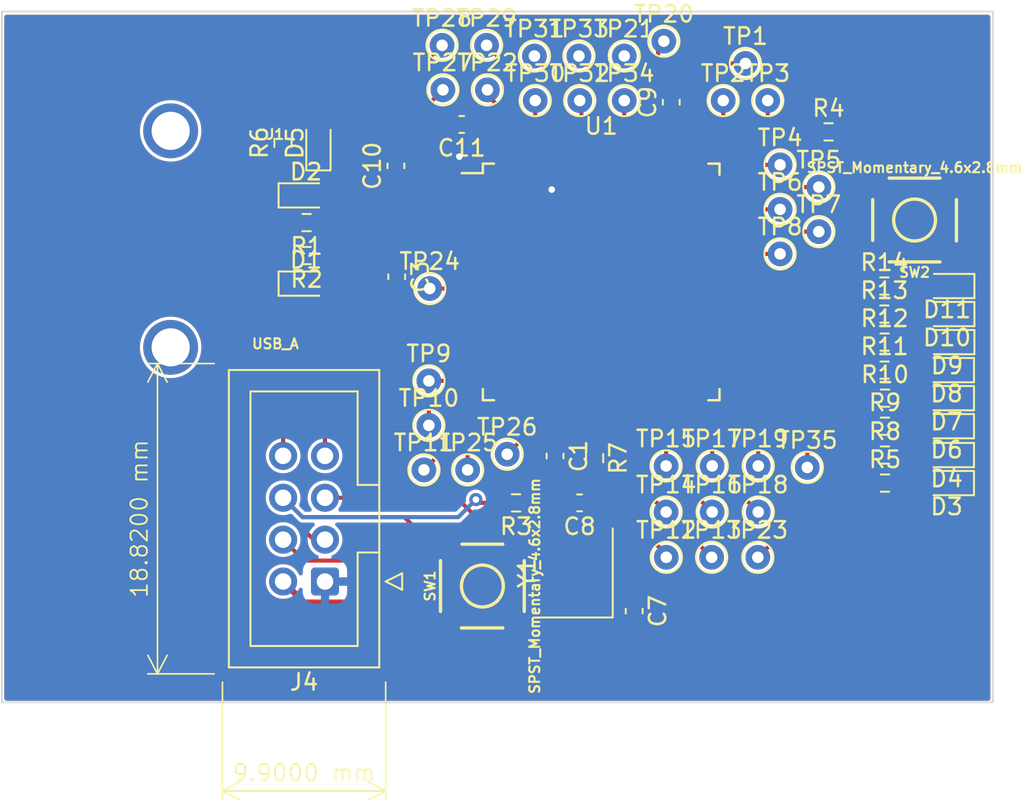
<source format=kicad_pcb>
(kicad_pcb (version 20221018) (generator pcbnew)
  (layers (0 "F.Cu" signal) (31 "B.Cu" signal) (34 "B.Paste" user) (35 "F.Paste" user) (36 "B.SilkS" user "B.Silkscreen") (37 "F.SilkS" user "F.Silkscreen") (38 "B.Mask" user) (39 "F.Mask" user) (44 "Edge.Cuts" user))
  (net 0 "")
  (net 1 "3.3V")
  (net 2 "GND")
  (net 3 "Net-(U1-XTAL1)")
  (net 4 "Net-(U1-XTAL2)")
  (net 5 "+5V")
  (net 6 "Net-(D1-K)")
  (net 7 "Net-(D2-K)")
  (net 8 "Net-(D3-A)")
  (net 9 "Net-(D4-A)")
  (net 10 "Net-(D5-A)")
  (net 11 "Net-(D6-A)")
  (net 12 "Net-(D7-A)")
  (net 13 "Net-(D8-A)")
  (net 14 "Net-(D9-A)")
  (net 15 "Net-(D10-A)")
  (net 16 "Net-(D11-A)")
  (net 17 "MOSI")
  (net 18 "INT")
  (net 19 "MISO")
  (net 20 "RESET")
  (net 21 "SCK")
  (net 22 "SS")
  (net 23 "D-")
  (net 24 "D+")
  (net 25 "HWB")
  (net 26 "TEST0")
  (net 27 "TEST1")
  (net 28 "TEST2")
  (net 29 "TEST3")
  (net 30 "TEST4")
  (net 31 "TEST5")
  (net 32 "TEST6")
  (net 33 "TEST7")
  (net 34 "Net-(U1-PA1)")
  (net 35 "Net-(U1-PA2)")
  (net 36 "Net-(U1-PA3)")
  (net 37 "Net-(U1-PA4)")
  (net 38 "Net-(U1-PA5)")
  (net 39 "Net-(U1-PA6)")
  (net 40 "Net-(U1-PA7)")
  (net 41 "Net-(U1-PB5)")
  (net 42 "Net-(U1-PB6)")
  (net 43 "Net-(U1-PB7)")
  (net 44 "Net-(U1-PD0)")
  (net 45 "Net-(U1-PD1)")
  (net 46 "Net-(U1-PD2)")
  (net 47 "Net-(U1-PD3)")
  (net 48 "Net-(U1-PD4)")
  (net 49 "Net-(U1-PD5)")
  (net 50 "Net-(U1-PD6)")
  (net 51 "Net-(U1-PD7)")
  (net 52 "Net-(U1-PF7)")
  (net 53 "Net-(U1-PF6)")
  (net 54 "Net-(U1-AREF)")
  (net 55 "Net-(U1-PE0)")
  (net 56 "Net-(U1-PE3)")
  (net 57 "Net-(U1-PE4)")
  (net 58 "Net-(U1-PE5)")
  (net 59 "Net-(U1-PE6)")
  (net 60 "Net-(U1-PF0)")
  (net 61 "Net-(U1-PF1)")
  (net 62 "Net-(U1-PF2)")
  (net 63 "Net-(U1-PF3)")
  (net 64 "Net-(U1-PF4)")
  (net 65 "Net-(U1-PF5)")
  (net 66 "Net-(U1-PA0)")
  (net 67 "Net-(U1-PE7)")
  (net 68 "Net-(U1-PE1)")
  (footprint "LED_SMD:LED_0603_1608Metric_Pad1.05x0.95mm_HandSolder" (layer "F.Cu") (at 206.75 87.4 180)
    (fp_text reference "D3")
    (fp_text value "LED")
  )
  (footprint "TestPoint:TestPoint_THTPad_D1.5mm_Drill0.7mm" (layer "F.Cu") (at 189.75 91.9)
    (fp_text reference "TP12")
    (fp_text value "TestPoint")
  )
  (footprint "Resistor_SMD:R_0603_1608Metric_Pad0.98x0.95mm_HandSolder" (layer "F.Cu") (at 167.932845 73.60242 180)
    (fp_text reference "R2")
    (fp_text value "22")
  )
  (footprint "TestPoint:TestPoint_THTPad_D1.5mm_Drill0.7mm" (layer "F.Cu") (at 189.738 86.36)
    (fp_text reference "TP15")
    (fp_text value "TestPoint")
  )
  (footprint "LED_SMD:LED_0603_1608Metric_Pad1.05x0.95mm_HandSolder" (layer "F.Cu") (at 206.75 80.55 180)
    (fp_text reference "D8")
    (fp_text value "LED")
  )
  (footprint "TestPoint:TestPoint_THTPad_D1.5mm_Drill0.7mm" (layer "F.Cu") (at 177.7 86.6)
    (fp_text reference "TP25")
    (fp_text value "TestPoint")
  )
  (footprint "TestPoint:TestPoint_THTPad_D1.5mm_Drill0.7mm" (layer "F.Cu") (at 175.4 75.6)
    (fp_text reference "TP24")
    (fp_text value "TestPoint")
  )
  (footprint "Diode_SMD:D_0603_1608Metric_Pad1.05x0.95mm_HandSolder" (layer "F.Cu") (at 167.895345 75.30242)
    (fp_text reference "D1")
    (fp_text value "D")
  )
  (footprint "LED_SMD:LED_0603_1608Metric_Pad1.05x0.95mm_HandSolder" (layer "F.Cu") (at 206.775 77.15 180)
    (fp_text reference "D10")
    (fp_text value "LED")
  )
  (footprint "LED_SMD:LED_0603_1608Metric_Pad1.05x0.95mm_HandSolder" (layer "F.Cu") (at 206.775 78.85 180)
    (fp_text reference "D9")
    (fp_text value "LED")
  )
  (footprint "TestPoint:TestPoint_THTPad_D1.5mm_Drill0.7mm" (layer "F.Cu") (at 192.5 91.9)
    (fp_text reference "TP13")
    (fp_text value "TestPoint")
  )
  (footprint "TestPoint:TestPoint_THTPad_D1.5mm_Drill0.7mm" (layer "F.Cu") (at 192.532 86.36)
    (fp_text reference "TP17")
    (fp_text value "TestPoint")
  )
  (footprint "TestPoint:TestPoint_THTPad_D1.5mm_Drill0.7mm" (layer "F.Cu") (at 181.75 61.5)
    (fp_text reference "TP31")
    (fp_text value "TestPoint")
  )
  (footprint "Diode_SMD:D_0603_1608Metric_Pad1.05x0.95mm_HandSolder" (layer "F.Cu") (at 167.895345 69.95242)
    (fp_text reference "D2")
    (fp_text value "D")
  )
  (footprint "Resistor_SMD:R_0603_1608Metric_Pad0.98x0.95mm_HandSolder" (layer "F.Cu") (at 180.6375 88.6 180)
    (fp_text reference "R3")
    (fp_text value "10k")
  )
  (footprint "LED_SMD:LED_0603_1608Metric_Pad1.05x0.95mm_HandSolder" (layer "F.Cu") (at 206.75 85.7 180)
    (fp_text reference "D4")
    (fp_text value "LED")
  )
  (footprint "TestPoint:TestPoint_THTPad_D1.5mm_Drill0.7mm" (layer "F.Cu") (at 178.9 63.55)
    (fp_text reference "TP22")
    (fp_text value "TestPoint")
  )
  (footprint "TestPoint:TestPoint_THTPad_D1.5mm_Drill0.7mm" (layer "F.Cu") (at 184.5 64.2)
    (fp_text reference "TP32")
    (fp_text value "TestPoint")
  )
  (footprint "Capacitor_SMD:C_0603_1608Metric_Pad1.08x0.95mm_HandSolder" (layer "F.Cu") (at 184.4875 88.6 180)
    (fp_text reference "C8")
    (fp_text value "22 pF")
  )
  (footprint "TestPoint:TestPoint_THTPad_D1.5mm_Drill0.7mm" (layer "F.Cu") (at 175.35 83.9)
    (fp_text reference "TP10")
    (fp_text value "TestPoint")
  )
  (footprint "Resistor_SMD:R_0603_1608Metric_Pad0.98x0.95mm_HandSolder" (layer "F.Cu") (at 199.5875 66.1)
    (fp_text reference "R4")
    (fp_text value "10k")
  )
  (footprint "TestPoint:TestPoint_THTPad_D1.5mm_Drill0.7mm" (layer "F.Cu") (at 175.35 81.2)
    (fp_text reference "TP9")
    (fp_text value "TestPoint")
  )
  (footprint "Capacitor_SMD:C_0603_1608Metric_Pad1.08x0.95mm_HandSolder" (layer "F.Cu") (at 190.05 64.3 90)
    (fp_text reference "C9")
    (fp_text value "4.7uF")
  )
  (footprint "Connector_IDC:IDC-Header_2x04_P2.54mm_Vertical" (layer "F.Cu") (at 169.05 93.37 180)
    (fp_text reference "J4")
    (fp_text value "Conn_02x04_Counter_Clockwise")
  )
  (footprint "TestPoint:TestPoint_THTPad_D1.5mm_Drill0.7mm" (layer "F.Cu") (at 194.55 61.95)
    (fp_text reference "TP1")
    (fp_text value "TestPoint")
  )
  (footprint "TestPoint:TestPoint_THTPad_D1.5mm_Drill0.7mm" (layer "F.Cu") (at 199 69.45)
    (fp_text reference "TP5")
    (fp_text value "TestPoint")
  )
  (footprint "TestPoint:TestPoint_THTPad_D1.5mm_Drill0.7mm" (layer "F.Cu") (at 193.2 64.2)
    (fp_text reference "TP2")
    (fp_text value "TestPoint")
  )
  (footprint "TestPoint:TestPoint_THTPad_D1.5mm_Drill0.7mm" (layer "F.Cu") (at 189.6 60.6)
    (fp_text reference "TP20")
    (fp_text value "TestPoint")
  )
  (footprint "Capacitor_SMD:C_0603_1608Metric_Pad1.08x0.95mm_HandSolder" (layer "F.Cu") (at 173.4 74.8875 -90)
    (fp_text reference "C3")
    (fp_text value "1uF")
  )
  (footprint "Capacitor_SMD:C_0603_1608Metric_Pad1.08x0.95mm_HandSolder" (layer "F.Cu") (at 173.35 68.1625 90)
    (fp_text reference "C10")
    (fp_text value "100nF")
  )
  (footprint "Resistor_SMD:R_0603_1608Metric_Pad0.98x0.95mm_HandSolder" (layer "F.Cu") (at 203.0125 85.7)
    (fp_text reference "R8")
    (fp_text value "1k")
  )
  (footprint "Resistor_SMD:R_0603_1608Metric_Pad0.98x0.95mm_HandSolder" (layer "F.Cu") (at 185.4 85.8875 -90)
    (fp_text reference "R7")
    (fp_text value "1M")
  )
  (footprint "Resistor_SMD:R_0603_1608Metric_Pad0.98x0.95mm_HandSolder" (layer "F.Cu") (at 203.0125 87.4)
    (fp_text reference "R5")
    (fp_text value "1k")
  )
  (footprint "Capacitor_SMD:C_0603_1608Metric_Pad1.08x0.95mm_HandSolder" (layer "F.Cu") (at 183 85.7625 -90)
    (fp_text reference "C1")
    (fp_text value "4.7 uF")
  )
  (footprint "Resistor_SMD:R_0603_1608Metric_Pad0.98x0.95mm_HandSolder" (layer "F.Cu") (at 203.0125 82.25)
    (fp_text reference "R10")
    (fp_text value "1k")
  )
  (footprint "TestPoint:TestPoint_THTPad_D1.5mm_Drill0.7mm" (layer "F.Cu") (at 195.3 91.9)
    (fp_text reference "TP23")
    (fp_text value "TestPoint")
  )
  (footprint "LED_SMD:LED_0603_1608Metric_Pad1.05x0.95mm_HandSolder" (layer "F.Cu") (at 206.775 75.45 180)
    (fp_text reference "D11")
    (fp_text value "LED")
  )
  (footprint "Switches:TACTILE_SWITCH_SMD_5.2MM" (layer "F.Cu") (at 204.806 71.445 180)
    (fp_text reference "SW2")
    (fp_text value "SPST_Momentary_4.6x2.8mm")
  )
  (footprint "LED_SMD:LED_0603_1608Metric_Pad1.05x0.95mm_HandSolder" (layer "F.Cu") (at 206.75 82.25 180)
    (fp_text reference "D7")
    (fp_text value "LED")
  )
  (footprint "TestPoint:TestPoint_THTPad_D1.5mm_Drill0.7mm" (layer "F.Cu") (at 181.8 64.2)
    (fp_text reference "TP30")
    (fp_text value "TestPoint")
  )
  (footprint "TestPoint:TestPoint_THTPad_D1.5mm_Drill0.7mm" (layer "F.Cu") (at 187.2 61.5)
    (fp_text reference "TP21")
    (fp_text value "TestPoint")
  )
  (footprint "Resistor_SMD:R_0603_1608Metric_Pad0.98x0.95mm_HandSolder" (layer "F.Cu") (at 202.9875 80.55)
    (fp_text reference "R11")
    (fp_text value "1k")
  )
  (footprint "Switches:TACTILE_SWITCH_SMD_5.2MM" (layer "F.Cu") (at 178.595 93.644 90)
    (fp_text reference "SW1")
    (fp_text value "SPST_Momentary_4.6x2.8mm")
  )
  (footprint "TestPoint:TestPoint_THTPad_D1.5mm_Drill0.7mm" (layer "F.Cu") (at 195.9 64.2)
    (fp_text reference "TP3")
    (fp_text value "TestPoint")
  )
  (footprint "TestPoint:TestPoint_THTPad_D1.5mm_Drill0.7mm" (layer "F.Cu") (at 176.15 60.85)
    (fp_text reference "TP28")
    (fp_text value "TestPoint")
  )
  (footprint "TestPoint:TestPoint_THTPad_D1.5mm_Drill0.7mm" (layer "F.Cu") (at 196.65 70.8)
    (fp_text reference "TP6")
    (fp_text value "TestPoint")
  )
  (footprint "TestPoint:TestPoint_THTPad_D1.5mm_Drill0.7mm" (layer "F.Cu") (at 176.2 63.55)
    (fp_text reference "TP27")
    (fp_text value "TestPoint")
  )
  (footprint "LED_SMD:LED_0603_1608Metric_Pad1.05x0.95mm_HandSolder" (layer "F.Cu") (at 168.65132 66.775 90)
    (fp_text reference "D5")
    (fp_text value "LED")
  )
  (footprint "TestPoint:TestPoint_THTPad_D1.5mm_Drill0.7mm" (layer "F.Cu") (at 184.45 61.5)
    (fp_text reference "TP33")
    (fp_text value "TestPoint")
  )
  (footprint "Resistor_SMD:R_0603_1608Metric_Pad0.98x0.95mm_HandSolder" (layer "F.Cu") (at 202.975 75.45)
    (fp_text reference "R14")
    (fp_text value "1k")
  )
  (footprint "Capacitor_SMD:C_0603_1608Metric_Pad1.08x0.95mm_HandSolder" (layer "F.Cu") (at 187.8 95.1625 -90)
    (fp_text reference "C7")
    (fp_text value "22 pF")
  )
  (footprint "TestPoint:TestPoint_THTPad_D1.5mm_Drill0.7mm" (layer "F.Cu") (at 189.738 89.154)
    (fp_text reference "TP14")
    (fp_text value "TestPoint")
  )
  (footprint "TestPoint:TestPoint_THTPad_D1.5mm_Drill0.7mm" (layer "F.Cu") (at 195.326 89.154)
    (fp_text reference "TP18")
    (fp_text value "TestPoint")
  )
  (footprint "Resistor_SMD:R_0603_1608Metric_Pad0.98x0.95mm_HandSolder" (layer "F.Cu") (at 203.0125 83.95)
    (fp_text reference "R9")
    (fp_text value "1k")
  )
  (footprint "Resistor_SMD:R_0603_1608Metric_Pad0.98x0.95mm_HandSolder" (layer "F.Cu") (at 167.932845 71.60242 180)
    (fp_text reference "R1")
    (fp_text value "22")
  )
  (footprint "Crystal:Crystal_SMD_SeikoEpson_FA238-4Pin_3.2x2.5mm_HandSoldering" (layer "F.Cu") (at 184.3 92.85 90)
    (fp_text reference "Y1")
    (fp_text value "Crystal_GND24")
  )
  (footprint "TestPoint:TestPoint_THTPad_D1.5mm_Drill0.7mm" (layer "F.Cu") (at 178.85 60.85)
    (fp_text reference "TP29")
    (fp_text value "TestPoint")
  )
  (footprint "TestPoint:TestPoint_THTPad_D1.5mm_Drill0.7mm" (layer "F.Cu") (at 180.1 85.65)
    (fp_text reference "TP26")
    (fp_text value "TestPoint")
  )
  (footprint "Package_QFP:TQFP-64_14x14mm_P0.8mm" (layer "F.Cu") (at 185.8 75.2)
    (fp_text reference "U1")
    (fp_text value "AT90USB647-A")
  )
  (footprint "TestPoint:TestPoint_THTPad_D1.5mm_Drill0.7mm" (layer "F.Cu") (at 199 72.15)
    (fp_text reference "TP7")
    (fp_text value "TestPoint")
  )
  (footprint "TestPoint:TestPoint_THTPad_D1.5mm_Drill0.7mm" (layer "F.Cu") (at 196.65 68.1)
    (fp_text reference "TP4")
    (fp_text value "TestPoint")
  )
  (footprint "TestPoint:TestPoint_THTPad_D1.5mm_Drill0.7mm" (layer "F.Cu") (at 175.05 86.6)
    (fp_text reference "TP11")
    (fp_text value "TestPoint")
  )
  (footprint "Resistor_SMD:R_0603_1608Metric_Pad0.98x0.95mm_HandSolder" (layer "F.Cu") (at 202.975 77.15)
    (fp_text reference "R13")
    (fp_text value "1k")
  )
  (footprint "TestPoint:TestPoint_THTPad_D1.5mm_Drill0.7mm" (layer "F.Cu") (at 198.3 86.45)
    (fp_text reference "TP35")
    (fp_text value "TestPoint")
  )
  (footprint "Resistor_SMD:R_0603_1608Metric_Pad0.98x0.95mm_HandSolder" (layer "F.Cu") (at 166.50132 66.7625 90)
    (fp_text reference "R6")
    (fp_text value "1k")
  )
  (footprint "TestPoint:TestPoint_THTPad_D1.5mm_Drill0.7mm" (layer "F.Cu") (at 187.2 64.2)
    (fp_text reference "TP34")
    (fp_text value "TestPoint")
  )
  (footprint "Capacitor_SMD:C_0603_1608Metric_Pad1.08x0.95mm_HandSolder" (layer "F.Cu") (at 177.3375 65.65 180)
    (fp_text reference "C11")
    (fp_text value "4.7 uF")
  )
  (footprint "Connectors:USB-A-S-NOSILK-FEMALE" (layer "F.Cu") (at 157.15 72.60242)
    (fp_text reference "J1")
    (fp_text value "USB_A")
  )
  (footprint "TestPoint:TestPoint_THTPad_D1.5mm_Drill0.7mm" (layer "F.Cu") (at 196.65 73.5)
    (fp_text reference "TP8")
    (fp_text value "TestPoint")
  )
  (footprint "TestPoint:TestPoint_THTPad_D1.5mm_Drill0.7mm" (layer "F.Cu") (at 195.326 86.36)
    (fp_text reference "TP19")
    (fp_text value "TestPoint")
  )
  (footprint "Resistor_SMD:R_0603_1608Metric_Pad0.98x0.95mm_HandSolder" (layer "F.Cu") (at 202.9875 78.85)
    (fp_text reference "R12")
    (fp_text value "1k")
  )
  (footprint "LED_SMD:LED_0603_1608Metric_Pad1.05x0.95mm_HandSolder" (layer "F.Cu") (at 206.75 83.95 180)
    (fp_text reference "D6")
    (fp_text value "LED")
  )
  (footprint "TestPoint:TestPoint_THTPad_D1.5mm_Drill0.7mm" (layer "F.Cu") (at 192.532 89.154)
    (fp_text reference "TP16")
    (fp_text value "TestPoint")
  )
  (gr_rect (start 149.45 58.8) (end 209.55 100.7) (stroke (width 0.1)) (fill none) (layer "Edge.Cuts"))
  (segment (start 173.425 74) (end 173.4 74.025) (width 0.25) (layer "F.Cu") (net 1))
  (segment (start 178.1 74) (end 173.425 74) (width 0.25) (layer "F.Cu") (net 1))
  (segment (start 183.55 92.85) (end 183.2 93.2) (width 0.25) (layer "F.Cu") (net 2))
  (segment (start 183.2 93.2) (end 183.2 94.3) (width 0.25) (layer "F.Cu") (net 2))
  (segment (start 183 86.625) (end 183 87.4) (width 0.25) (layer "F.Cu") (net 2))
  (segment (start 185.4 92.65) (end 185.2 92.85) (width 0.25) (layer "F.Cu") (net 2))
  (segment (start 183.625 88.025) (end 183.625 88.6) (width 0.25) (layer "F.Cu") (net 2))
  (segment (start 176.475 65.65) (end 176.475 65.525) (width 0.25) (layer "F.Cu") (net 2))
  (segment (start 185.2 92.85) (end 183.55 92.85) (width 0.25) (layer "F.Cu") (net 2))
  (segment (start 185.4 91.4) (end 185.4 92.65) (width 0.25) (layer "F.Cu") (net 2))
  (segment (start 176.475 65.525) (end 177.6 64.4) (width 0.381) (layer "F.Cu") (net 2))
  (segment (start 183 87.4) (end 183.625 88.025) (width 0.25) (layer "F.Cu") (net 2))
  (via (at 177.2 67.6) (size 0.8) (drill 0.4) (layers "F.Cu" "B.Cu") (net 2))
  (via (at 182.8 69.6) (size 0.8) (drill 0.4) (layers "F.Cu" "B.Cu") (net 2))
  (segment (start 188 94.1) (end 188 90.611396) (width 0.25) (layer "F.Cu") (net 3))
  (segment (start 187.8 94.3) (end 188 94.1) (width 0.25) (layer "F.Cu") (net 3))
  (segment (start 185.4 82.9) (end 185.4 84.975) (width 0.25) (layer "F.Cu") (net 3))
  (segment (start 187.05 85.85) (end 186.175 84.975) (width 0.25) (layer "F.Cu") (net 3))
  (segment (start 186.175 84.975) (end 185.4 84.975) (width 0.25) (layer "F.Cu") (net 3))
  (segment (start 187.05 89.661396) (end 187.05 85.85) (width 0.25) (layer "F.Cu") (net 3))
  (segment (start 188 90.611396) (end 187.05 89.661396) (width 0.25) (layer "F.Cu") (net 3))
  (segment (start 185.4 94.3) (end 187.8 94.3) (width 0.25) (layer "F.Cu") (net 3))
  (segment (start 183.7 89.6) (end 183.2 90.1) (width 0.25) (layer "F.Cu") (net 4))
  (segment (start 184.6 82.9) (end 184.6 85.457995) (width 0.25) (layer "F.Cu") (net 4))
  (segment (start 185.35 89.3) (end 185.05 89.6) (width 0.25) (layer "F.Cu") (net 4))
  (segment (start 185.4 86.8) (end 185.4 88.55) (width 0.25) (layer "F.Cu") (net 4))
  (segment (start 183.2 90.1) (end 183.2 91.4) (width 0.25) (layer "F.Cu") (net 4))
  (segment (start 185.4 86.257995) (end 185.4 86.8) (width 0.25) (layer "F.Cu") (net 4))
  (segment (start 184.6 85.457995) (end 185.4 86.257995) (width 0.25) (layer "F.Cu") (net 4))
  (segment (start 185.35 88.6) (end 185.35 89.3) (width 0.25) (layer "F.Cu") (net 4))
  (segment (start 185.05 89.6) (end 183.7 89.6) (width 0.25) (layer "F.Cu") (net 4))
  (segment (start 185.4 88.55) (end 185.35 88.6) (width 0.25) (layer "F.Cu") (net 4))
  (segment (start 181.55 88.6) (end 181.55 86.929028) (width 0.381) (layer "F.Cu") (net 5))
  (segment (start 183 82.9) (end 183 84.9) (width 0.381) (layer "F.Cu") (net 5))
  (segment (start 172.6 94.65) (end 173.5 93.75) (width 0.381) (layer "F.Cu") (net 5))
  (segment (start 166.50132 68.1) (end 167.45132 69.05) (width 0.25) (layer "F.Cu") (net 5))
  (segment (start 173.325 69.05) (end 173.35 69.025) (width 0.381) (layer "F.Cu") (net 5))
  (segment (start 188.2 70.8) (end 189.4 69.6) (width 0.381) (layer "F.Cu") (net 5))
  (segment (start 197.55 60.95) (end 197.1 60.5) (width 0.24892) (layer "F.Cu") (net 5))
  (segment (start 183 71.55) (end 183.75 70.8) (width 0.381) (layer "F.Cu") (net 5))
  (segment (start 180.5 70.8) (end 179.8 70.1) (width 0.381) (layer "F.Cu") (net 5))
  (segment (start 163.90132 69.10484) (end 163.95616 69.05) (width 0.381) (layer "F.Cu") (net 5))
  (segment (start 170.575 69.05) (end 173.325 69.05) (width 0.381) (layer "F.Cu") (net 5))
  (segment (start 197.1 60.5) (end 191.75 60.5) (width 0.24892) (layer "F.Cu") (net 5))
  (segment (start 189.4 69.6) (end 189.4 67.5) (width 0.381) (layer "F.Cu") (net 5))
  (segment (start 167.45132 69.05) (end 170.575 69.05) (width 0.381) (layer "F.Cu") (net 5))
  (segment (start 191.019684 65.169684) (end 191.0125 65.1625) (width 0.24892) (layer "F.Cu") (net 5))
  (segment (start 191.0125 65.1625) (end 190.05 65.1625) (width 0.24892) (layer "F.Cu") (net 5))
  (segment (start 179.8 67.5) (end 179.8 70.1) (width 0.381) (layer "F.Cu") (net 5))
  (segment (start 166.51 93.37) (end 167.79 94.65) (width 0.381) (layer "F.Cu") (net 5))
  (segment (start 197.55 65.8) (end 197.55 60.95) (width 0.24892) (layer "F.Cu") (net 5))
  (segment (start 181.55 93.2) (end 181.55 88.6) (width 0.381) (layer "F.Cu") (net 5))
  (segment (start 179.1 70.8) (end 178.1 70.8) (width 0.381) (layer "F.Cu") (net 5))
  (segment (start 182.3 84.9) (end 183 84.9) (width 0.381) (layer "F.Cu") (net 5))
  (segment (start 183 75.6) (end 183 82.9) (width 0.381) (layer "F.Cu") (net 5))
  (segment (start 167.79 94.65) (end 172.6 94.65) (width 0.381) (layer "F.Cu") (net 5))
  (segment (start 181.9155 86.563528) (end 181.9155 85.2845) (width 0.381) (layer "F.Cu") (net 5))
  (segment (start 173.5 93.75) (end 181 93.75) (width 0.381) (layer "F.Cu") (net 5))
  (segment (start 179.8 67.5) (end 179.8 65.95) (width 0.381) (layer "F.Cu") (net 5))
  (segment (start 189.4 65.8125) (end 190.05 65.1625) (width 0.381) (layer "F.Cu") (net 5))
  (segment (start 179.8 65.95) (end 179.5 65.65) (width 0.381) (layer "F.Cu") (net 5))
  (segment (start 181.9155 85.2845) (end 182.3 84.9) (width 0.381) (layer "F.Cu") (net 5))
  (segment (start 166.50132 67.675) (end 166.50132 68.1) (width 0.25) (layer "F.Cu") (net 5))
  (segment (start 173.35 69.85) (end 174.3 70.8) (width 0.381) (layer "F.Cu") (net 5))
  (segment (start 179.5 65.65) (end 178.2 65.65) (width 0.381) (layer "F.Cu") (net 5))
  (segment (start 183 71.55) (end 183 74) (width 0.381) (layer "F.Cu") (net 5))
  (segment (start 198.675 66.1) (end 197.85 66.1) (width 0.24892) (layer "F.Cu") (net 5))
  (segment (start 182.25 70.8) (end 180.5 70.8) (width 0.381) (layer "F.Cu") (net 5))
  (segment (start 197.85 66.1) (end 197.55 65.8) (width 0.24892) (layer "F.Cu") (net 5))
  (segment (start 191.35054 60.89946) (end 191.35054 64.838828) (width 0.24892) (layer "F.Cu") (net 5))
  (segment (start 189.4 67.5) (end 189.4 65.8125) (width 0.381) (layer "F.Cu") (net 5))
  (segment (start 191.75 60.5) (end 191.35054 60.89946) (width 0.24892) (layer "F.Cu") (net 5))
  (segment (start 181 93.75) (end 181.55 93.2) (width 0.381) (layer "F.Cu") (net 5))
  (segment (start 183.75 70.8) (end 188.2 70.8) (width 0.381) (layer "F.Cu") (net 5))
  (segment (start 174.3 70.8) (end 178.1 70.8) (width 0.381) (layer "F.Cu") (net 5))
  (segment (start 179.8 70.1) (end 179.1 70.8) (width 0.381) (layer "F.Cu") (net 5))
  (segment (start 191.35054 64.838828) (end 191.019684 65.169684) (width 0.24892) (layer "F.Cu") (net 5))
  (segment (start 183 71.55) (end 182.25 70.8) (width 0.381) (layer "F.Cu") (net 5))
  (segment (start 182.2 74.8) (end 178.1 74.8) (width 0.381) (layer "F.Cu") (net 5))
  (segment (start 182.2 74.8) (end 183 75.6) (width 0.381) (layer "F.Cu") (net 5))
  (segment (start 183 74) (end 182.2 74.8) (width 0.381) (layer "F.Cu") (net 5))
  (segment (start 181.55 86.929028) (end 181.9155 86.563528) (width 0.381) (layer "F.Cu") (net 5))
  (segment (start 163.95616 69.05) (end 167.45132 69.05) (width 0.381) (layer "F.Cu") (net 5))
  (segment (start 173.35 69.025) (end 173.35 69.85) (width 0.381) (layer "F.Cu") (net 5))
  (segment (start 167.018565 73.60064) (end 167.020345 73.60242) (width 0.25) (layer "F.Cu") (net 6))
  (segment (start 163.90132 73.60064) (end 167.018565 73.60064) (width 0.25) (layer "F.Cu") (net 6))
  (segment (start 167.020345 73.60242) (end 167.020345 75.30242) (width 0.25) (layer "F.Cu") (net 6))
  (segment (start 167.018565 71.6042) (end 167.020345 71.60242) (width 0.25) (layer "F.Cu") (net 7))
  (segment (start 163.90132 71.6042) (end 167.018565 71.6042) (width 0.25) (layer "F.Cu") (net 7))
  (segment (start 167.020345 71.60242) (end 167.020345 69.95242) (width 0.25) (layer "F.Cu") (net 7))
  (segment (start 203.925 87.4) (end 205.875 87.4) (width 0.25) (layer "F.Cu") (net 8))
  (segment (start 203.925 85.7) (end 205.875 85.7) (width 0.25) (layer "F.Cu") (net 9))
  (segment (start 166.50132 65.85) (end 168.60132 65.85) (width 0.25) (layer "F.Cu") (net 10))
  (segment (start 168.60132 65.85) (end 168.65132 65.9) (width 0.25) (layer "F.Cu") (net 10))
  (segment (start 203.925 83.95) (end 205.875 83.95) (width 0.25) (layer "F.Cu") (net 11))
  (segment (start 203.925 82.25) (end 205.875 82.25) (width 0.25) (layer "F.Cu") (net 12))
  (segment (start 203.9 80.55) (end 205.875 80.55) (width 0.25) (layer "F.Cu") (net 13))
  (segment (start 203.9 78.85) (end 205.9 78.85) (width 0.25) (layer "F.Cu") (net 14))
  (segment (start 203.8875 77.15) (end 205.9 77.15) (width 0.25) (layer "F.Cu") (net 15))
  (segment (start 203.8875 75.45) (end 205.9 75.45) (width 0.25) (layer "F.Cu") (net 16))
  (segment (start 169.05 90.83) (end 168.361701 90.83) (width 0.25) (layer "F.Cu") (net 17))
  (segment (start 168.361701 90.83) (end 167.131701 89.6) (width 0.25) (layer "F.Cu") (net 17))
  (segment (start 167.131701 89.6) (end 165.65 89.6) (width 0.25) (layer "F.Cu") (net 17))
  (segment (start 170.95 79.4) (end 172.35 78) (width 0.25) (layer "F.Cu") (net 17))
  (segment (start 165.1 89.05) (end 165.1 87.55) (width 0.25) (layer "F.Cu") (net 17))
  (segment (start 165.65 89.6) (end 165.1 89.05) (width 0.25) (layer "F.Cu") (net 17))
  (segment (start 172.35 78) (end 178.1 78) (width 0.25) (layer "F.Cu") (net 17))
  (segment (start 165.1 87.55) (end 165.535 87.115) (width 0.25) (layer "F.Cu") (net 17))
  (segment (start 165.535 87.115) (end 170.135 87.115) (width 0.25) (layer "F.Cu") (net 17))
  (segment (start 170.95 86.3) (end 170.95 79.4) (width 0.25) (layer "F.Cu") (net 17))
  (segment (start 170.135 87.115) (end 170.95 86.3) (width 0.25) (layer "F.Cu") (net 17))
  (segment (start 178.1 92.1) (end 167.78 92.1) (width 0.25) (layer "F.Cu") (net 18))
  (segment (start 177.4 88.65) (end 178.65 89.9) (width 0.25) (layer "F.Cu") (net 18))
  (segment (start 167.78 92.1) (end 166.51 90.83) (width 0.25) (layer "F.Cu") (net 18))
  (segment (start 173.4 80.25) (end 173.4 87.9) (width 0.25) (layer "F.Cu") (net 18))
  (segment (start 174.05 79.6) (end 173.4 80.25) (width 0.25) (layer "F.Cu") (net 18))
  (segment (start 178.65 89.9) (end 178.65 91.55) (width 0.25) (layer "F.Cu") (net 18))
  (segment (start 178.1 79.6) (end 174.05 79.6) (width 0.25) (layer "F.Cu") (net 18))
  (segment (start 178.65 91.55) (end 178.1 92.1) (width 0.25) (layer "F.Cu") (net 18))
  (segment (start 173.4 87.9) (end 174.15 88.65) (width 0.25) (layer "F.Cu") (net 18))
  (segment (start 174.15 88.65) (end 177.4 88.65) (width 0.25) (layer "F.Cu") (net 18))
  (segment (start 170.81 88.29) (end 171.7 87.4) (width 0.25) (layer "F.Cu") (net 19))
  (segment (start 169.05 88.29) (end 170.81 88.29) (width 0.25) (layer "F.Cu") (net 19))
  (segment (start 172.75 78.8) (end 178.1 78.8) (width 0.25) (layer "F.Cu") (net 19))
  (segment (start 171.7 87.4) (end 171.7 79.85) (width 0.25) (layer "F.Cu") (net 19))
  (segment (start 171.7 79.85) (end 172.75 78.8) (width 0.25) (layer "F.Cu") (net 19))
  (segment (start 173.865 89.465) (end 175.25 90.85) (width 0.25) (layer "F.Cu") (net 20))
  (segment (start 181.4 85.05) (end 181.4 86.35) (width 0.25) (layer "F.Cu") (net 20))
  (segment (start 182.2 82.9) (end 182.2 84.25) (width 0.25) (layer "F.Cu") (net 20))
  (segment (start 167.685 89.465) (end 173.865 89.465) (width 0.25) (layer "F.Cu") (net 20))
  (segment (start 181.4 86.35) (end 179.725 88.025) (width 0.25) (layer "F.Cu") (net 20))
  (segment (start 179.725 88.025) (end 179.725 88.6) (width 0.25) (layer "F.Cu") (net 20))
  (segment (start 175.25 90.85) (end 176.69 90.85) (width 0.25) (layer "F.Cu") (net 20))
  (segment (start 178.4 88.6) (end 178.2 88.4) (width 0.25) (layer "F.Cu") (net 20))
  (segment (start 182.2 84.25) (end 181.4 85.05) (width 0.25) (layer "F.Cu") (net 20))
  (segment (start 166.51 88.29) (end 167.685 89.465) (width 0.25) (layer "F.Cu") (net 20))
  (segment (start 179.725 88.6) (end 178.4 88.6) (width 0.25) (layer "F.Cu") (net 20))
  (via (at 178.2 88.4) (size 0.8) (drill 0.4) (layers "F.Cu" "B.Cu") (net 20))
  (segment (start 177.135 89.465) (end 167.685 89.465) (width 0.25) (layer "B.Cu") (net 20))
  (segment (start 178.2 88.4) (end 177.135 89.465) (width 0.25) (layer "B.Cu") (net 20))
  (segment (start 167.685 89.465) (end 166.51 88.29) (width 0.25) (layer "B.Cu") (net 20))
  (segment (start 178.1 77.2) (end 177.1 77.2) (width 0.25) (layer "F.Cu") (net 21))
  (segment (start 176.75 77.55) (end 169.65 77.55) (width 0.25) (layer "F.Cu") (net 21))
  (segment (start 169.05 78.15) (end 169.05 85.75) (width 0.25) (layer "F.Cu") (net 21))
  (segment (start 177.1 77.2) (end 176.75 77.55) (width 0.25) (layer "F.Cu") (net 21))
  (segment (start 169.65 77.55) (end 169.05 78.15) (width 0.25) (layer "F.Cu") (net 21))
  (segment (start 178.1 76.4) (end 177.1 76.4) (width 0.25) (layer "F.Cu") (net 22))
  (segment (start 177.1 76.4) (end 176.5 77) (width 0.25) (layer "F.Cu") (net 22))
  (segment (start 166.51 78.44) (end 166.51 85.75) (width 0.25) (layer "F.Cu") (net 22))
  (segment (start 176.5 77) (end 167.95 77) (width 0.25) (layer "F.Cu") (net 22))
  (segment (start 167.95 77) (end 166.51 78.44) (width 0.25) (layer "F.Cu") (net 22))
  (segment (start 178.1 71.6) (end 168.847765 71.6) (width 0.2) (layer "F.Cu") (net 23))
  (segment (start 168.847765 71.6) (end 168.845345 71.60242) (width 0.2) (layer "F.Cu") (net 23))
  (segment (start 170.9 73.65) (end 168.892925 73.65) (width 0.2) (layer "F.Cu") (net 24))
  (segment (start 178.1 72.4) (end 172.15 72.4) (width 0.2) (layer "F.Cu") (net 24))
  (segment (start 168.892925 73.65) (end 168.845345 73.60242) (width 0.2) (layer "F.Cu") (net 24))
  (segment (start 172.15 72.4) (end 170.9 73.65) (width 0.2) (layer "F.Cu") (net 24))
  (segment (start 200.5 70.05) (end 200.5 66.1) (width 0.25) (layer "F.Cu") (net 25))
  (segment (start 193.5 73.2) (end 194.45 73.2) (width 0.25) (layer "F.Cu") (net 25))
  (segment (start 194.45 73.2) (end 196.05 74.8) (width 0.25) (layer "F.Cu") (net 25))
  (segment (start 199.8 73.35) (end 202.012 73.35) (width 0.25) (layer "F.Cu") (net 25))
  (segment (start 198.35 74.8) (end 199.8 73.35) (width 0.25) (layer "F.Cu") (net 25))
  (segment (start 196.05 74.8) (end 198.35 74.8) (width 0.25) (layer "F.Cu") (net 25))
  (segment (start 202.012 73.35) (end 202.012 71.562) (width 0.25) (layer "F.Cu") (net 25))
  (segment (start 202.012 71.562) (end 200.5 70.05) (width 0.25) (layer "F.Cu") (net 25))
  (segment (start 200.4 85.625) (end 200.4 86.85) (width 0.25) (layer "F.Cu") (net 26))
  (segment (start 193.5 79.6) (end 194.375 79.6) (width 0.25) (layer "F.Cu") (net 26))
  (segment (start 200.95 87.4) (end 202.1 87.4) (width 0.25) (layer "F.Cu") (net 26))
  (segment (start 194.375 79.6) (end 200.4 85.625) (width 0.25) (layer "F.Cu") (net 26))
  (segment (start 200.4 86.85) (end 200.95 87.4) (width 0.25) (layer "F.Cu") (net 26))
  (segment (start 193.5 78.8) (end 194.5 78.8) (width 0.25) (layer "F.Cu") (net 27))
  (segment (start 194.5 78.8) (end 201.4 85.7) (width 0.25) (layer "F.Cu") (net 27))
  (segment (start 201.4 85.7) (end 202.1 85.7) (width 0.25) (layer "F.Cu") (net 27))
  (segment (start 193.5 78) (end 195.5 78) (width 0.25) (layer "F.Cu") (net 28))
  (segment (start 201.45 83.95) (end 202.1 83.95) (width 0.25) (layer "F.Cu") (net 28))
  (segment (start 195.5 78) (end 201.45 83.95) (width 0.25) (layer "F.Cu") (net 28))
  (segment (start 193.5 77.2) (end 195.26802 77.2) (width 0.25) (layer "F.Cu") (net 29))
  (segment (start 195.26802 77.2) (end 195.56802 77.5) (width 0.25) (layer "F.Cu") (net 29))
  (segment (start 195.56802 77.5) (end 196.75 77.5) (width 0.25) (layer "F.Cu") (net 29))
  (segment (start 196.75 77.5) (end 201.5 82.25) (width 0.25) (layer "F.Cu") (net 29))
  (segment (start 201.5 82.25) (end 202.1 82.25) (width 0.25) (layer "F.Cu") (net 29))
  (segment (start 193.5 76.4) (end 195.104416 76.4) (width 0.25) (layer "F.Cu") (net 30))
  (segment (start 195.104416 76.4) (end 195.604416 76.9) (width 0.25) (layer "F.Cu") (net 30))
  (segment (start 201.45 80.55) (end 202.075 80.55) (width 0.25) (layer "F.Cu") (net 30))
  (segment (start 195.604416 76.9) (end 197.8 76.9) (width 0.25) (layer "F.Cu") (net 30))
  (segment (start 197.8 76.9) (end 201.45 80.55) (width 0.25) (layer "F.Cu") (net 30))
  (segment (start 193.5 75.6) (end 194.940812 75.6) (width 0.25) (layer "F.Cu") (net 31))
  (segment (start 201.35 78.85) (end 202.075 78.85) (width 0.25) (layer "F.Cu") (net 31))
  (segment (start 195.690812 76.35) (end 198.85 76.35) (width 0.25) (layer "F.Cu") (net 31))
  (segment (start 194.940812 75.6) (end 195.690812 76.35) (width 0.25) (layer "F.Cu") (net 31))
  (segment (start 198.85 76.35) (end 201.35 78.85) (width 0.25) (layer "F.Cu") (net 31))
  (segment (start 195.877208 75.9) (end 200.05 75.9) (width 0.25) (layer "F.Cu") (net 32))
  (segment (start 193.5 74.8) (end 194.777208 74.8) (width 0.25) (layer "F.Cu") (net 32))
  (segment (start 200.05 75.9) (end 201.3 77.15) (width 0.25) (layer "F.Cu") (net 32))
  (segment (start 201.3 77.15) (end 202.0625 77.15) (width 0.25) (layer "F.Cu") (net 32))
  (segment (start 194.777208 74.8) (end 195.877208 75.9) (width 0.25) (layer "F.Cu") (net 32))
  (segment (start 194.613604 74) (end 196.063604 75.45) (width 0.25) (layer "F.Cu") (net 33))
  (segment (start 196.063604 75.45) (end 202.0625 75.45) (width 0.25) (layer "F.Cu") (net 33))
  (segment (start 193.5 74) (end 194.613604 74) (width 0.25) (layer "F.Cu") (net 33))
  (segment (start 191 67.5) (end 191 66.625) (width 0.25) (layer "F.Cu") (net 34))
  (segment (start 192.85 65.7) (end 193.2 65.35) (width 0.25) (layer "F.Cu") (net 34))
  (segment (start 193.2 65.35) (end 193.2 64.2) (width 0.25) (layer "F.Cu") (net 34))
  (segment (start 191.925 65.7) (end 192.85 65.7) (width 0.25) (layer "F.Cu") (net 34))
  (segment (start 191 66.625) (end 191.925 65.7) (width 0.25) (layer "F.Cu") (net 34))
  (segment (start 195.9 65.65) (end 195.9 64.2) (width 0.25) (layer "F.Cu") (net 35))
  (segment (start 191.8 66.6) (end 192.25 66.15) (width 0.25) (layer "F.Cu") (net 35))
  (segment (start 191.8 67.5) (end 191.8 66.6) (width 0.25) (layer "F.Cu") (net 35))
  (segment (start 192.25 66.15) (end 195.4 66.15) (width 0.25) (layer "F.Cu") (net 35))
  (segment (start 195.4 66.15) (end 195.9 65.65) (width 0.25) (layer "F.Cu") (net 35))
  (segment (start 193.5 69.2) (end 194.55 69.2) (width 0.25) (layer "F.Cu") (net 36))
  (segment (start 195.65 68.1) (end 196.65 68.1) (width 0.25) (layer "F.Cu") (net 36))
  (segment (start 194.55 69.2) (end 195.65 68.1) (width 0.25) (layer "F.Cu") (net 36))
  (segment (start 195.7 69.45) (end 199 69.45) (width 0.25) (layer "F.Cu") (net 37))
  (segment (start 195.15 70) (end 195.7 69.45) (width 0.25) (layer "F.Cu") (net 37))
  (segment (start 193.5 70) (end 195.15 70) (width 0.25) (layer "F.Cu") (net 37))
  (segment (start 193.5 70.8) (end 196.65 70.8) (width 0.25) (layer "F.Cu") (net 38))
  (segment (start 193.5 71.6) (end 195 71.6) (width 0.25) (layer "F.Cu") (net 39))
  (segment (start 195 71.6) (end 195.55 72.15) (width 0.25) (layer "F.Cu") (net 39))
  (segment (start 195.55 72.15) (end 199 72.15) (width 0.25) (layer "F.Cu") (net 39))
  (segment (start 194.5 72.4) (end 195.6 73.5) (width 0.25) (layer "F.Cu") (net 40))
  (segment (start 193.5 72.4) (end 194.5 72.4) (width 0.25) (layer "F.Cu") (net 40))
  (segment (start 195.6 73.5) (end 196.65 73.5) (width 0.25) (layer "F.Cu") (net 40))
  (segment (start 176.3 81.2) (end 175.35 81.2) (width 0.25) (layer "F.Cu") (net 41))
  (segment (start 178.1 80.4) (end 177.1 80.4) (width 0.25) (layer "F.Cu") (net 41))
  (segment (start 177.1 80.4) (end 176.3 81.2) (width 0.25) (layer "F.Cu") (net 41))
  (segment (start 175.35 82.95) (end 175.35 83.9) (width 0.25) (layer "F.Cu") (net 42))
  (segment (start 178.1 81.2) (end 177.1 81.2) (width 0.25) (layer "F.Cu") (net 42))
  (segment (start 177.1 81.2) (end 175.35 82.95) (width 0.25) (layer "F.Cu") (net 42))
  (segment (start 179.8 82.9) (end 178.75 82.9) (width 0.25) (layer "F.Cu") (net 43))
  (segment (start 178.75 82.9) (end 175.05 86.6) (width 0.25) (layer "F.Cu") (net 43))
  (segment (start 189.75 91.725) (end 189.75 91.9) (width 0.25) (layer "F.Cu") (net 44))
  (segment (start 186.2 82.9) (end 186.2 84.3) (width 0.25) (layer "F.Cu") (net 44))
  (segment (start 186.2 84.3) (end 187.5 85.6) (width 0.25) (layer "F.Cu") (net 44))
  (segment (start 187.5 85.6) (end 187.5 89.475) (width 0.25) (layer "F.Cu") (net 44))
  (segment (start 187.5 89.475) (end 189.75 91.725) (width 0.25) (layer "F.Cu") (net 44))
  (segment (start 187 84.2) (end 187.95 85.15) (width 0.25) (layer "F.Cu") (net 45))
  (segment (start 187.95 89.15) (end 189.35 90.55) (width 0.25) (layer "F.Cu") (net 45))
  (segment (start 191.15 90.55) (end 192.5 91.9) (width 0.25) (layer "F.Cu") (net 45))
  (segment (start 187.95 85.15) (end 187.95 89.15) (width 0.25) (layer "F.Cu") (net 45))
  (segment (start 189.35 90.55) (end 191.15 90.55) (width 0.25) (layer "F.Cu") (net 45))
  (segment (start 187 82.9) (end 187 84.2) (width 0.25) (layer "F.Cu") (net 45))
  (segment (start 188.4 84.586396) (end 188.4 87.816) (width 0.25) (layer "F.Cu") (net 46))
  (segment (start 187.8 82.9) (end 187.8 83.986396) (width 0.25) (layer "F.Cu") (net 46))
  (segment (start 188.4 87.816) (end 189.738 89.154) (width 0.25) (layer "F.Cu") (net 46))
  (segment (start 187.8 83.986396) (end 188.4 84.586396) (width 0.25) (layer "F.Cu") (net 46))
  (segment (start 188.6 82.9) (end 188.6 84.15) (width 0.25) (layer "F.Cu") (net 47))
  (segment (start 189.738 85.288) (end 189.738 86.36) (width 0.25) (layer "F.Cu") (net 47))
  (segment (start 188.6 84.15) (end 189.738 85.288) (width 0.25) (layer "F.Cu") (net 47))
  (segment (start 191.15 85.65) (end 191.15 87.772) (width 0.25) (layer "F.Cu") (net 48))
  (segment (start 191.15 87.772) (end 192.532 89.154) (width 0.25) (layer "F.Cu") (net 48))
  (segment (start 189.4 82.9) (end 189.4 83.9) (width 0.25) (layer "F.Cu") (net 48))
  (segment (start 189.4 83.9) (end 191.15 85.65) (width 0.25) (layer "F.Cu") (net 48))
  (segment (start 192.2 84.8) (end 192.532 85.132) (width 0.25) (layer "F.Cu") (net 49))
  (segment (start 190.2 82.9) (end 190.2 83.9) (width 0.25) (layer "F.Cu") (net 49))
  (segment (start 190.2 83.9) (end 191.1 84.8) (width 0.25) (layer "F.Cu") (net 49))
  (segment (start 191.1 84.8) (end 192.2 84.8) (width 0.25) (layer "F.Cu") (net 49))
  (segment (start 192.532 85.132) (end 192.532 86.36) (width 0.25) (layer "F.Cu") (net 49))
  (segment (start 191.3 84.2) (end 192.85 84.2) (width 0.25) (layer "F.Cu") (net 50))
  (segment (start 193.9 87.728) (end 195.326 89.154) (width 0.25) (layer "F.Cu") (net 50))
  (segment (start 191 82.9) (end 191 83.9) (width 0.25) (layer "F.Cu") (net 50))
  (segment (start 191 83.9) (end 191.3 84.2) (width 0.25) (layer "F.Cu") (net 50))
  (segment (start 193.9 85.25) (end 193.9 87.728) (width 0.25) (layer "F.Cu") (net 50))
  (segment (start 192.85 84.2) (end 193.9 85.25) (width 0.25) (layer "F.Cu") (net 50))
  (segment (start 191.8 82.9) (end 194.15 82.9) (width 0.25) (layer "F.Cu") (net 51))
  (segment (start 194.15 82.9) (end 195.326 84.076) (width 0.25) (layer "F.Cu") (net 51))
  (segment (start 195.326 84.076) (end 195.326 86.36) (width 0.25) (layer "F.Cu") (net 51))
  (segment (start 187.8 67.5) (end 187.8 66.336396) (width 0.25) (layer "F.Cu") (net 52))
  (segment (start 187.8 66.336396) (end 189.25 64.886396) (width 0.25) (layer "F.Cu") (net 52))
  (segment (start 189.25 64.886396) (end 189.25 60.95) (width 0.25) (layer "F.Cu") (net 52))
  (segment (start 189.25 60.95) (end 189.6 60.6) (width 0.25) (layer "F.Cu") (net 52))
  (segment (start 187 66.5) (end 188.65 64.85) (width 0.25) (layer "F.Cu") (net 53))
  (segment (start 187 67.5) (end 187 66.5) (width 0.25) (layer "F.Cu") (net 53))
  (segment (start 188.65 64.85) (end 188.65 62.95) (width 0.25) (layer "F.Cu") (net 53))
  (segment (start 188.65 62.95) (end 187.2 61.5) (width 0.25) (layer "F.Cu") (net 53))
  (segment (start 178.9 63.872792) (end 178.9 63.55) (width 0.25) (layer "F.Cu") (net 54))
  (segment (start 181.4 67.5) (end 181.4 66.372792) (width 0.25) (layer "F.Cu") (net 54))
  (segment (start 181.4 66.372792) (end 178.9 63.872792) (width 0.25) (layer "F.Cu") (net 54))
  (segment (start 196.75 90.45) (end 195.3 91.9) (width 0.25) (layer "F.Cu") (net 55))
  (segment (start 193.5 81.2) (end 196.75 84.45) (width 0.25) (layer "F.Cu") (net 55))
  (segment (start 196.75 84.45) (end 196.75 90.45) (width 0.25) (layer "F.Cu") (net 55))
  (segment (start 178.1 75.6) (end 175.4 75.6) (width 0.25) (layer "F.Cu") (net 56))
  (segment (start 178.55 84.55) (end 177.7 85.4) (width 0.25) (layer "F.Cu") (net 57))
  (segment (start 180.6 82.9) (end 180.6 83.9) (width 0.25) (layer "F.Cu") (net 57))
  (segment (start 179.95 84.55) (end 178.55 84.55) (width 0.25) (layer "F.Cu") (net 57))
  (segment (start 177.7 85.4) (end 177.7 86.6) (width 0.25) (layer "F.Cu") (net 57))
  (segment (start 180.6 83.9) (end 179.95 84.55) (width 0.25) (layer "F.Cu") (net 57))
  (segment (start 181.4 84.35) (end 181.4 82.9) (width 0.25) (layer "F.Cu") (net 58))
  (segment (start 180.1 85.65) (end 181.4 84.35) (width 0.25) (layer "F.Cu") (net 58))
  (segment (start 178.1 69.2) (end 177.05 69.2) (width 0.25) (layer "F.Cu") (net 59))
  (segment (start 177.05 69.2) (end 175.15 67.3) (width 0.25) (layer "F.Cu") (net 59))
  (segment (start 175.15 67.3) (end 175.15 64.6) (width 0.25) (layer "F.Cu") (net 59))
  (segment (start 175.15 64.6) (end 176.2 63.55) (width 0.25) (layer "F.Cu") (net 59))
  (segment (start 182.2 66.536396) (end 180.25 64.586396) (width 0.25) (layer "F.Cu") (net 60))
  (segment (start 180.25 62.25) (end 178.85 60.85) (width 0.25) (layer "F.Cu") (net 60))
  (segment (start 180.25 64.586396) (end 180.25 62.25) (width 0.25) (layer "F.Cu") (net 60))
  (segment (start 182.2 67.5) (end 182.2 66.536396) (width 0.25) (layer "F.Cu") (net 60))
  (segment (start 183 66.3) (end 182.65 65.95) (width 0.25) (layer "F.Cu") (net 61))
  (segment (start 182.65 65.95) (end 182.25 65.95) (width 0.25) (layer "F.Cu") (net 61))
  (segment (start 183 67.5) (end 183 66.3) (width 0.25) (layer "F.Cu") (net 61))
  (segment (start 181.8 65.5) (end 181.8 64.2) (width 0.25) (layer "F.Cu") (net 61))
  (segment (start 182.25 65.95) (end 181.8 65.5) (width 0.25) (layer "F.Cu") (net 61))
  (segment (start 183.8 67.5) (end 183.8 66.1) (width 0.25) (layer "F.Cu") (net 62))
  (segment (start 183.8 66.1) (end 183.15 65.45) (width 0.25) (layer "F.Cu") (net 62))
  (segment (start 183.15 65.45) (end 183.15 62.9) (width 0.25) (layer "F.Cu") (net 62))
  (segment (start 183.15 62.9) (end 181.75 61.5) (width 0.25) (layer "F.Cu") (net 62))
  (segment (start 184.6 64.3) (end 184.5 64.2) (width 0.25) (layer "F.Cu") (net 63))
  (segment (start 184.6 67.5) (end 184.6 64.3) (width 0.25) (layer "F.Cu") (net 63))
  (segment (start 185.4 67.5) (end 185.4 65.95) (width 0.25) (layer "F.Cu") (net 64))
  (segment (start 185.85 65.5) (end 185.85 62.9) (width 0.25) (layer "F.Cu") (net 64))
  (segment (start 185.4 65.95) (end 185.85 65.5) (width 0.25) (layer "F.Cu") (net 64))
  (segment (start 185.85 62.9) (end 184.45 61.5) (width 0.25) (layer "F.Cu") (net 64))
  (segment (start 186.2 66.45) (end 187.2 65.45) (width 0.25) (layer "F.Cu") (net 65))
  (segment (start 186.2 67.5) (end 186.2 66.45) (width 0.25) (layer "F.Cu") (net 65))
  (segment (start 187.2 65.45) (end 187.2 64.2) (width 0.25) (layer "F.Cu") (net 65))
  (segment (start 190.2 67.5) (end 190.2 66.625) (width 0.25) (layer "F.Cu") (net 66))
  (segment (start 191.8 62.3) (end 192.15 61.95) (width 0.25) (layer "F.Cu") (net 66))
  (segment (start 191.8 65.025) (end 191.8 62.3) (width 0.25) (layer "F.Cu") (net 66))
  (segment (start 192.15 61.95) (end 194.55 61.95) (width 0.25) (layer "F.Cu") (net 66))
  (segment (start 190.2 66.625) (end 191.8 65.025) (width 0.25) (layer "F.Cu") (net 66))
  (segment (start 178.1 70) (end 177.1 70) (width 0.25) (layer "F.Cu") (net 67))
  (segment (start 177.1 70) (end 174.65 67.55) (width 0.25) (layer "F.Cu") (net 67))
  (segment (start 174.65 67.55) (end 174.65 62.35) (width 0.25) (layer "F.Cu") (net 67))
  (segment (start 174.65 62.35) (end 176.15 60.85) (width 0.25) (layer "F.Cu") (net 67))
  (segment (start 194.5 80.4) (end 198.3 84.2) (width 0.25) (layer "F.Cu") (net 68))
  (segment (start 198.3 84.2) (end 198.3 86.45) (width 0.25) (layer "F.Cu") (net 68))
  (segment (start 193.5 80.4) (end 194.5 80.4) (width 0.25) (layer "F.Cu") (net 68))
  (zone (net 2) (net_name "GND") (layer "F.Cu") (name "GND") (connect_pads (clearance 0)) (min_thickness 0.25) (fill yes (thermal_gap 0.5) (thermal_bridge_width 0.5))
    (polygon (pts (xy 149.6 59) (xy 209.4 59) (xy 209.4 100.6) (xy 149.6 100.6)))
  )
  (zone (net 2) (net_name "GND") (layer "B.Cu") (name "GND") (priority 1) (connect_pads (clearance 0)) (min_thickness 0.25) (fill yes (thermal_gap 0.5) (thermal_bridge_width 0.5))
    (polygon (pts (xy 149.6 59) (xy 209.4 59) (xy 209.4 100.6) (xy 149.6 100.6)))
  )
)
</source>
